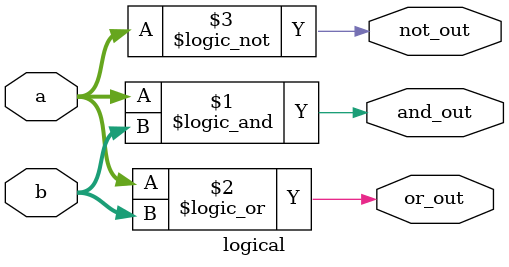
<source format=sv>
module logical (
    input  logic [7:0] a, b,
    output logic       and_out, or_out, not_out
);
    assign and_out = a && b;
    assign or_out  = a || b;
    assign not_out = !a;
endmodule

</source>
